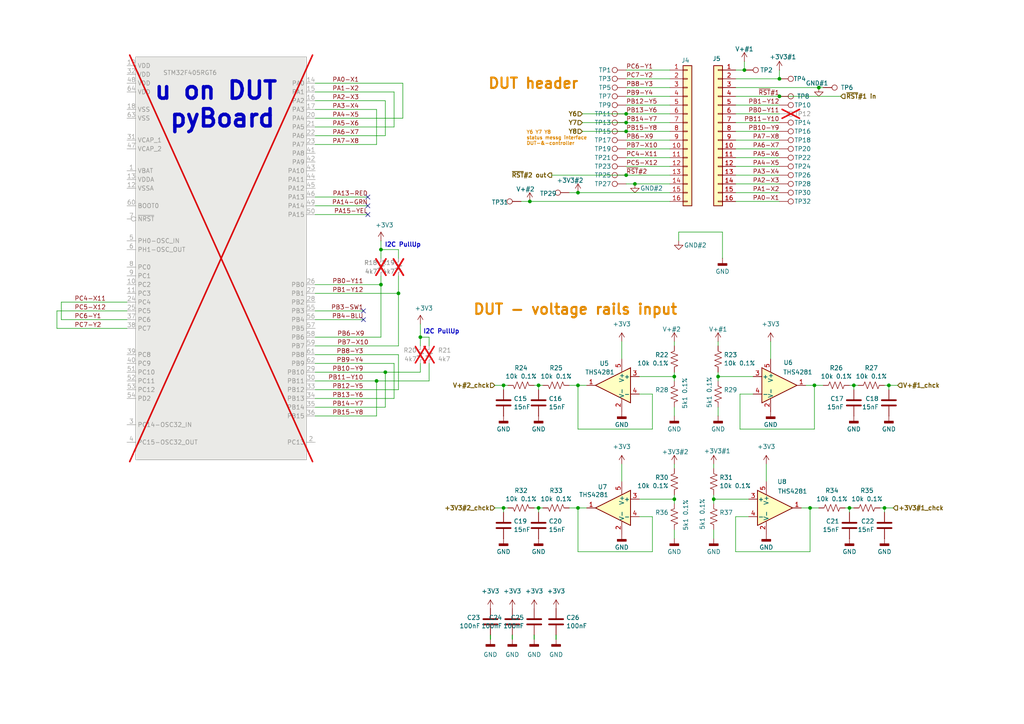
<source format=kicad_sch>
(kicad_sch (version 20250114) (generator "eeschema") (generator_version "9.0")
  (paper "A4")
  (text "DUT header" (at 154.686 24.384 0) (effects (font (size 3 3) (thickness 0.6) (bold yes))))
  (text "I2C PullUp" (at 128.016 96.266 0) (effects (font (size 1.27 1.27) (thickness 0.254) (bold yes))))
  (text "DUT - voltage rails input" (at 166.878 89.916 0) (effects (font (size 3 3) (thickness 0.6) (bold yes))))
  (text "Y6 Y7 Y8\nstatus messg interface\nDUT-&-controller" (at 152.654 40.132 0) (effects (font (size 1 1) (thickness 0.1875)) (justify left)))
  (text "I2C PullUp" (at 116.84 71.12 0) (effects (font (size 1.27 1.27) (thickness 0.254) (bold yes))))
  (text "u on DUT \npyBoard" (at 64.516 30.48 0) (effects (font (size 5 5) (thickness 1) (bold yes))))
  (junction (at 121.92 97.79))
  (junction (at 181.61 33.02))
  (junction (at 226.06 22.86))
  (junction (at 184.15 53.34))
  (junction (at 111.76 107.95))
  (junction (at 195.58 109.22))
  (junction (at 237.49 25.4))
  (junction (at 247.65 111.76))
  (junction (at 167.64 147.32))
  (junction (at 146.05 147.32))
  (junction (at 256.54 147.32))
  (junction (at 156.21 147.32))
  (junction (at 167.64 55.88))
  (junction (at 195.58 144.78))
  (junction (at 153.67 58.42))
  (junction (at 257.81 111.76))
  (junction (at 208.28 109.22))
  (junction (at 236.22 111.76))
  (junction (at 181.61 50.8))
  (junction (at 110.49 82.55))
  (junction (at 146.05 111.76))
  (junction (at 167.64 111.76))
  (junction (at 181.61 35.56))
  (junction (at 215.9 20.32))
  (junction (at 110.49 72.39))
  (junction (at 234.95 147.32))
  (junction (at 181.61 38.1))
  (junction (at 246.38 147.32))
  (junction (at 115.57 85.09))
  (junction (at 226.06 27.94))
  (junction (at 156.21 111.76))
  (junction (at 207.01 144.78))
  (junction (at 109.22 110.49))
  (no_connect (at 106.68 62.23))
  (no_connect (at 106.68 59.69))
  (no_connect (at 106.68 57.15))
  (no_connect (at 105.41 90.17))
  (no_connect (at 105.41 92.71))
  (wire (pts (xy 209.55 67.31) (xy 209.55 74.93)))
  (wire (pts (xy 181.61 45.72) (xy 194.31 45.72)))
  (wire (pts (xy 111.76 107.95) (xy 121.92 107.95)))
  (wire (pts (xy 213.36 22.86) (xy 226.06 22.86)))
  (wire (pts (xy 91.44 59.69) (xy 106.68 59.69)))
  (wire (pts (xy 121.92 97.79) (xy 121.92 100.33)))
  (wire (pts (xy 195.58 109.22) (xy 195.58 110.49)))
  (wire (pts (xy 223.52 99.06) (xy 223.52 104.14)))
  (wire (pts (xy 195.58 107.95) (xy 195.58 109.22)))
  (wire (pts (xy 207.01 144.78) (xy 207.01 146.05)))
  (wire (pts (xy 91.44 31.75) (xy 109.22 31.75)))
  (wire (pts (xy 181.61 50.8) (xy 194.31 50.8)))
  (wire (pts (xy 114.3 26.67) (xy 114.3 36.83)))
  (wire (pts (xy 213.36 149.86) (xy 213.36 160.02)))
  (wire (pts (xy 156.21 147.32) (xy 156.21 148.59)))
  (wire (pts (xy 17.78 87.63) (xy 17.78 92.71)))
  (wire (pts (xy 257.81 111.76) (xy 257.81 113.03)))
  (wire (pts (xy 213.36 33.02) (xy 226.06 33.02)))
  (wire (pts (xy 208.28 118.11) (xy 208.28 120.65)))
  (wire (pts (xy 213.36 48.26) (xy 226.06 48.26)))
  (wire (pts (xy 111.76 29.21) (xy 111.76 39.37)))
  (wire (pts (xy 208.28 99.06) (xy 208.28 100.33)))
  (wire (pts (xy 181.61 53.34) (xy 184.15 53.34)))
  (wire (pts (xy 213.36 45.72) (xy 226.06 45.72)))
  (wire (pts (xy 17.78 92.71) (xy 36.83 92.71)))
  (wire (pts (xy 16.51 95.25) (xy 36.83 95.25)))
  (wire (pts (xy 234.95 160.02) (xy 234.95 147.32)))
  (wire (pts (xy 180.34 99.06) (xy 180.34 104.14)))
  (wire (pts (xy 156.21 111.76) (xy 157.48 111.76)))
  (wire (pts (xy 146.05 147.32) (xy 146.05 148.59)))
  (wire (pts (xy 213.36 35.56) (xy 226.06 35.56)))
  (wire (pts (xy 196.85 69.85) (xy 196.85 67.31)))
  (wire (pts (xy 181.61 33.02) (xy 194.31 33.02)))
  (wire (pts (xy 110.49 97.79) (xy 110.49 82.55)))
  (wire (pts (xy 121.92 107.95) (xy 121.92 105.41)))
  (wire (pts (xy 17.78 87.63) (xy 36.83 87.63)))
  (wire (pts (xy 213.36 38.1) (xy 226.06 38.1)))
  (wire (pts (xy 121.92 97.79) (xy 124.46 97.79)))
  (wire (pts (xy 156.21 111.76) (xy 156.21 113.03)))
  (wire (pts (xy 181.61 35.56) (xy 194.31 35.56)))
  (wire (pts (xy 124.46 97.79) (xy 124.46 100.33)))
  (wire (pts (xy 91.44 107.95) (xy 111.76 107.95)))
  (wire (pts (xy 181.61 22.86) (xy 194.31 22.86)))
  (wire (pts (xy 181.61 27.94) (xy 194.31 27.94)))
  (wire (pts (xy 115.57 85.09) (xy 115.57 100.33)))
  (wire (pts (xy 226.06 27.94) (xy 243.84 27.94)))
  (wire (pts (xy 181.61 30.48) (xy 194.31 30.48)))
  (wire (pts (xy 114.3 105.41) (xy 114.3 115.57)))
  (wire (pts (xy 91.44 113.03) (xy 115.57 113.03)))
  (wire (pts (xy 189.23 160.02) (xy 167.64 160.02)))
  (wire (pts (xy 115.57 80.01) (xy 115.57 85.09)))
  (wire (pts (xy 153.67 58.42) (xy 194.31 58.42)))
  (wire (pts (xy 236.22 111.76) (xy 238.76 111.76)))
  (wire (pts (xy 109.22 31.75) (xy 109.22 41.91)))
  (wire (pts (xy 213.36 55.88) (xy 226.06 55.88)))
  (wire (pts (xy 109.22 110.49) (xy 109.22 120.65)))
  (wire (pts (xy 195.58 143.51) (xy 195.58 144.78)))
  (wire (pts (xy 208.28 107.95) (xy 208.28 109.22)))
  (wire (pts (xy 246.38 147.32) (xy 246.38 148.59)))
  (wire (pts (xy 195.58 99.06) (xy 195.58 100.33)))
  (wire (pts (xy 168.91 35.56) (xy 181.61 35.56)))
  (wire (pts (xy 213.36 25.4) (xy 237.49 25.4)))
  (wire (pts (xy 189.23 114.3) (xy 185.42 114.3)))
  (wire (pts (xy 207.01 144.78) (xy 217.17 144.78)))
  (wire (pts (xy 91.44 102.87) (xy 115.57 102.87)))
  (wire (pts (xy 165.1 55.88) (xy 167.64 55.88)))
  (wire (pts (xy 214.63 114.3) (xy 218.44 114.3)))
  (wire (pts (xy 208.28 109.22) (xy 218.44 109.22)))
  (wire (pts (xy 207.01 143.51) (xy 207.01 144.78)))
  (wire (pts (xy 189.23 149.86) (xy 185.42 149.86)))
  (wire (pts (xy 91.44 41.91) (xy 109.22 41.91)))
  (wire (pts (xy 214.63 124.46) (xy 236.22 124.46)))
  (wire (pts (xy 247.65 111.76) (xy 247.65 113.03)))
  (wire (pts (xy 115.57 102.87) (xy 115.57 113.03)))
  (wire (pts (xy 246.38 147.32) (xy 245.11 147.32)))
  (wire (pts (xy 257.81 111.76) (xy 256.54 111.76)))
  (wire (pts (xy 167.64 160.02) (xy 167.64 147.32)))
  (wire (pts (xy 170.18 111.76) (xy 167.64 111.76)))
  (wire (pts (xy 91.44 120.65) (xy 109.22 120.65)))
  (wire (pts (xy 91.44 39.37) (xy 111.76 39.37)))
  (wire (pts (xy 181.61 43.18) (xy 194.31 43.18)))
  (wire (pts (xy 181.61 20.32) (xy 194.31 20.32)))
  (wire (pts (xy 195.58 144.78) (xy 195.58 146.05)))
  (wire (pts (xy 180.34 134.62) (xy 180.34 139.7)))
  (wire (pts (xy 213.36 27.94) (xy 226.06 27.94)))
  (wire (pts (xy 213.36 160.02) (xy 234.95 160.02)))
  (wire (pts (xy 154.94 147.32) (xy 156.21 147.32)))
  (wire (pts (xy 214.63 114.3) (xy 214.63 124.46)))
  (wire (pts (xy 168.91 33.02) (xy 181.61 33.02)))
  (wire (pts (xy 213.36 149.86) (xy 217.17 149.86)))
  (wire (pts (xy 91.44 24.13) (xy 116.84 24.13)))
  (wire (pts (xy 213.36 30.48) (xy 226.06 30.48)))
  (wire (pts (xy 208.28 109.22) (xy 208.28 110.49)))
  (wire (pts (xy 247.65 111.76) (xy 246.38 111.76)))
  (wire (pts (xy 142.24 184.15) (xy 142.24 185.42)) (stroke (width 0.254)))
  (wire (pts (xy 189.23 114.3) (xy 189.23 124.46)))
  (wire (pts (xy 259.08 147.32) (xy 256.54 147.32)))
  (wire (pts (xy 195.58 134.62) (xy 195.58 135.89)))
  (wire (pts (xy 110.49 72.39) (xy 115.57 72.39)))
  (wire (pts (xy 195.58 153.67) (xy 195.58 156.21)))
  (wire (pts (xy 16.51 95.25) (xy 16.51 90.17)))
  (wire (pts (xy 167.64 124.46) (xy 167.64 111.76)))
  (wire (pts (xy 213.36 40.64) (xy 226.06 40.64)))
  (wire (pts (xy 195.58 144.78) (xy 185.42 144.78)))
  (wire (pts (xy 165.1 111.76) (xy 167.64 111.76)))
  (wire (pts (xy 116.84 24.13) (xy 116.84 34.29)))
  (wire (pts (xy 91.44 115.57) (xy 114.3 115.57)))
  (wire (pts (xy 121.92 93.98) (xy 121.92 97.79)))
  (wire (pts (xy 91.44 57.15) (xy 106.68 57.15)))
  (wire (pts (xy 143.51 147.32) (xy 146.05 147.32)))
  (wire (pts (xy 111.76 107.95) (xy 111.76 118.11)))
  (wire (pts (xy 213.36 53.34) (xy 226.06 53.34)))
  (wire (pts (xy 213.36 58.42) (xy 226.06 58.42)))
  (wire (pts (xy 195.58 118.11) (xy 195.58 120.65)))
  (wire (pts (xy 91.44 36.83) (xy 114.3 36.83)))
  (wire (pts (xy 109.22 110.49) (xy 124.46 110.49)))
  (wire (pts (xy 167.64 55.88) (xy 194.31 55.88)))
  (wire (pts (xy 226.06 20.32) (xy 226.06 22.86)))
  (wire (pts (xy 91.44 82.55) (xy 110.49 82.55)))
  (wire (pts (xy 91.44 90.17) (xy 105.41 90.17)))
  (wire (pts (xy 154.94 184.15) (xy 154.94 185.42)) (stroke (width 0.254)))
  (wire (pts (xy 156.21 147.32) (xy 157.48 147.32)))
  (wire (pts (xy 168.91 38.1) (xy 181.61 38.1)))
  (wire (pts (xy 161.29 184.15) (xy 161.29 185.42)) (stroke (width 0.254)))
  (wire (pts (xy 110.49 80.01) (xy 110.49 82.55)))
  (wire (pts (xy 91.44 92.71) (xy 105.41 92.71)))
  (wire (pts (xy 91.44 100.33) (xy 115.57 100.33)))
  (wire (pts (xy 91.44 26.67) (xy 114.3 26.67)))
  (wire (pts (xy 196.85 67.31) (xy 209.55 67.31)))
  (wire (pts (xy 248.92 111.76) (xy 247.65 111.76)))
  (wire (pts (xy 207.01 153.67) (xy 207.01 156.21)))
  (wire (pts (xy 213.36 43.18) (xy 226.06 43.18)))
  (wire (pts (xy 181.61 48.26) (xy 194.31 48.26)))
  (wire (pts (xy 110.49 69.85) (xy 110.49 72.39)))
  (wire (pts (xy 260.35 111.76) (xy 257.81 111.76)))
  (wire (pts (xy 110.49 72.39) (xy 110.49 74.93)))
  (wire (pts (xy 232.41 147.32) (xy 234.95 147.32)))
  (wire (pts (xy 91.44 29.21) (xy 111.76 29.21)))
  (wire (pts (xy 256.54 147.32) (xy 256.54 148.59)))
  (wire (pts (xy 222.25 134.62) (xy 222.25 139.7)))
  (wire (pts (xy 91.44 110.49) (xy 109.22 110.49)))
  (wire (pts (xy 91.44 62.23) (xy 106.68 62.23)))
  (wire (pts (xy 160.02 50.8) (xy 181.61 50.8)))
  (wire (pts (xy 189.23 124.46) (xy 167.64 124.46)))
  (wire (pts (xy 181.61 25.4) (xy 194.31 25.4)))
  (wire (pts (xy 124.46 110.49) (xy 124.46 105.41)))
  (wire (pts (xy 256.54 147.32) (xy 255.27 147.32)))
  (wire (pts (xy 215.9 17.78) (xy 215.9 20.32)))
  (wire (pts (xy 151.13 58.42) (xy 153.67 58.42)))
  (wire (pts (xy 91.44 118.11) (xy 111.76 118.11)))
  (wire (pts (xy 184.15 53.34) (xy 194.31 53.34)))
  (wire (pts (xy 154.94 111.76) (xy 156.21 111.76)))
  (wire (pts (xy 146.05 147.32) (xy 147.32 147.32)))
  (wire (pts (xy 91.44 105.41) (xy 114.3 105.41)))
  (wire (pts (xy 207.01 134.62) (xy 207.01 135.89)))
  (wire (pts (xy 148.59 184.15) (xy 148.59 185.42)) (stroke (width 0.254)))
  (wire (pts (xy 146.05 111.76) (xy 146.05 113.03)))
  (wire (pts (xy 247.65 147.32) (xy 246.38 147.32)))
  (wire (pts (xy 181.61 40.64) (xy 194.31 40.64)))
  (wire (pts (xy 170.18 147.32) (xy 167.64 147.32)))
  (wire (pts (xy 238.76 25.4) (xy 237.49 25.4)))
  (wire (pts (xy 233.68 111.76) (xy 236.22 111.76)))
  (wire (pts (xy 115.57 72.39) (xy 115.57 74.93)))
  (wire (pts (xy 91.44 97.79) (xy 110.49 97.79)))
  (wire (pts (xy 181.61 38.1) (xy 194.31 38.1)))
  (wire (pts (xy 146.05 111.76) (xy 147.32 111.76)))
  (wire (pts (xy 91.44 34.29) (xy 116.84 34.29)))
  (wire (pts (xy 143.51 111.76) (xy 146.05 111.76)))
  (wire (pts (xy 213.36 20.32) (xy 215.9 20.32)))
  (wire (pts (xy 213.36 50.8) (xy 226.06 50.8)))
  (wire (pts (xy 189.23 149.86) (xy 189.23 160.02)))
  (wire (pts (xy 236.22 124.46) (xy 236.22 111.76)))
  (wire (pts (xy 195.58 109.22) (xy 185.42 109.22)))
  (wire (pts (xy 234.95 147.32) (xy 237.49 147.32)))
  (wire (pts (xy 16.51 90.17) (xy 36.83 90.17)))
  (wire (pts (xy 91.44 85.09) (xy 115.57 85.09)))
  (wire (pts (xy 167.64 147.32) (xy 165.1 147.32)))
  (label "PA7-X8" (at 226.06 40.64 180))
  (label "PA13-RED" (at 106.68 57.15 180))
  (label "PB14-Y7" (at 105.41 118.11 180))
  (label "PB15-Y8" (at 105.41 120.65 180))
  (label "PC6-Y1" (at 21.59 92.71 0))
  (label "PB15-Y8" (at 181.61 38.1 0))
  (label "PB6-X9" (at 181.61 40.64 0))
  (label "PB12-Y5" (at 105.41 113.03 180))
  (label "PB8-Y3" (at 105.41 102.87 180))
  (label "PB0-Y11" (at 105.41 82.55 180))
  (label "~{RST}#1" (at 226.06 27.94 180))
  (label "PA6-X7" (at 104.14 39.37 180))
  (label "PA14-GRN" (at 106.68 59.69 180))
  (label "PB6-X9" (at 97.79 97.79 0))
  (label "PB7-X10" (at 97.79 100.33 0))
  (label "PB4-BLU" (at 105.41 92.71 180))
  (label "PA4-X5" (at 226.06 48.26 180))
  (label "PA3-X4" (at 226.06 50.8 180))
  (label "PC7-Y2" (at 181.61 22.86 0))
  (label "PB13-Y6" (at 105.41 115.57 180))
  (label "PC4-X11" (at 21.59 87.63 0))
  (label "PA1-X2" (at 226.06 55.88 180))
  (label "PB9-Y4" (at 181.61 27.94 0))
  (label "PA15-YEL" (at 106.68 62.23 180))
  (label "PB13-Y6" (at 181.61 33.02 0))
  (label "PA6-X7" (at 226.06 43.18 180))
  (label "PB9-Y4" (at 105.41 105.41 180))
  (label "PB1-Y12" (at 105.41 85.09 180))
  (label "PA0-X1" (at 104.14 24.13 180))
  (label "PB3-SW1" (at 105.41 90.17 180))
  (label "PB7-X10" (at 181.61 43.18 0))
  (label "PB10-Y9" (at 226.06 38.1 180))
  (label "PB8-Y3" (at 181.61 25.4 0))
  (label "PC5-X12" (at 21.59 90.17 0))
  (label "~{RST}#2" (at 181.61 50.8 0))
  (label "PC5-X12" (at 181.61 48.26 0))
  (label "PB11-Y10" (at 105.41 110.49 180))
  (label "PB11-Y10" (at 226.06 35.56 180))
  (label "PB1-Y12" (at 226.06 30.48 180))
  (label "PB10-Y9" (at 105.41 107.95 180))
  (label "PA7-X8" (at 104.14 41.91 180))
  (label "PA0-X1" (at 226.06 58.42 180))
  (label "PA5-X6" (at 226.06 45.72 180))
  (label "PB0-Y11" (at 226.06 33.02 180))
  (label "PB12-Y5" (at 181.61 30.48 0))
  (label "PB14-Y7" (at 181.61 35.56 0))
  (label "PC4-X11" (at 181.61 45.72 0))
  (label "PA1-X2" (at 104.14 26.67 180))
  (label "PC6-Y1" (at 181.61 20.32 0))
  (label "PC7-Y2" (at 21.59 95.25 0))
  (label "PA2-X3" (at 226.06 53.34 180))
  (label "PA5-X6" (at 104.14 36.83 180))
  (label "PA4-X5" (at 104.14 34.29 180))
  (label "PA3-X4" (at 104.14 31.75 180))
  (label "PA2-X3" (at 104.14 29.21 180))
  (hierarchical_label "~{RST}#2 out" (shape output) (at 160.02 50.8 180) (effects (font (thickness 0.254) (bold yes))))
  (hierarchical_label "+3V3#1_chck" (shape input) (at 259.08 147.32 0) (effects (font (thickness 0.254) (bold yes))))
  (hierarchical_label "+3V3#2_chck" (shape input) (at 143.51 147.32 180) (effects (font (thickness 0.254) (bold yes))))
  (hierarchical_label "Y8" (shape input) (at 168.91 38.1 180) (effects (font (thickness 0.254) (bold yes))))
  (hierarchical_label "V+#1_chck" (shape input) (at 260.35 111.76 0) (effects (font (thickness 0.254) (bold yes))))
  (hierarchical_label "Y6" (shape input) (at 168.91 33.02 180) (effects (font (thickness 0.254) (bold yes))))
  (hierarchical_label "V+#2_chck" (shape input) (at 143.51 111.76 180) (effects (font (thickness 0.254) (bold yes))))
  (hierarchical_label "~{RST}#1 in" (shape input) (at 243.84 27.94 0) (effects (font (thickness 0.254) (bold yes))))
  (hierarchical_label "Y7" (shape input) (at 168.91 35.56 180) (effects (font (thickness 0.254) (bold yes))))
  (symbol (lib_id "power:GNDD") (at 246.38 156.21 0) (unit 1)
    (property "Reference" "#PWR076" (effects (hide yes)))
    (property "Value" "GND" (at 246.38 160.02 0))
    (property "Description" "Power symbol creates a global label with name \"GNDD\" , digital ground" (effects (hide yes)))
  )
  (symbol (lib_id "Device:C") (at 256.54 152.4 0) (mirror y) (unit 1)
    (property "Reference" "C22" (at 253.619 151.1878 0) (effects (justify left)))
    (property "Value" "15nF" (at 253.619 153.6121 0) (effects (justify left)))
    (property "Footprint" "Capacitor_SMD:C_0402_1005Metric_Pad0.74x0.62mm_HandSolder" (effects (hide yes)))
    (property "Description" "SMD CER 0402 15nF 35V ±10% X7R" (effects (hide yes)))
    (property "MPN" "CGA2B3X7R1V153K050BB" (effects (hide yes)))
    (property "OEPSPN" "OEPS010023" (effects (hide yes)))
  )
  (symbol (lib_id "power:GNDD") (at 154.94 185.42 0) (mirror y) (unit 1)
    (property "Reference" "#PWR084" (effects (hide yes)))
    (property "Value" "GND" (at 154.94 189.865 0))
    (property "Description" "Power symbol creates a global label with name \"GNDD\" , digital ground" (effects (hide yes)))
  )
  (symbol (lib_id "power:+3V3") (at 142.24 176.53 0) (mirror y) (unit 1)
    (property "Reference" "#PWR078" (effects (hide yes)))
    (property "Value" "+3V3" (at 142.24 171.45 0))
    (property "Description" "Power symbol creates a global label with name \"+3V3\"" (effects (hide yes)))
  )
  (symbol (lib_id "Connector:TestPoint") (at 215.9 20.32 270) (unit 1) (in_bom no)
    (property "Reference" "TP2" (at 220.472 20.32 90) (effects (justify left)))
    (property "Value" "TestPoint" (effects (hide yes)))
    (property "Footprint" "TestPoint:TestPoint_Keystone_5015_Micro_Mini" (effects (hide yes)))
    (property "Description" "test point" (effects (hide yes)))
    (property "OEPSPN" "OEPS000000" (effects (hide yes)))
  )
  (symbol (lib_id "power:+5V") (at 195.58 99.06 0) (mirror y) (unit 1)
    (property "Reference" "#PWR055" (effects (hide yes)))
    (property "Value" "V+#2" (at 194.818 95.504 0))
    (property "Description" "Power symbol creates a global label with name \"+5V\"" (effects (hide yes)))
  )
  (symbol (lib_id "power:GND") (at 184.15 53.34 0) (mirror y) (unit 1)
    (property "Reference" "#PWR047" (effects (hide yes)))
    (property "Value" "GND#2" (at 188.976 54.61 0))
    (property "Description" "Power symbol creates a global label with name \"GND\" , ground" (effects (hide yes)))
  )
  (symbol (lib_id "Connector:TestPoint") (at 181.61 50.8 90) (unit 1) (in_bom no)
    (property "Reference" "TP25" (at 177.292 50.8 90) (effects (justify left)))
    (property "Value" "TestPoint" (effects (hide yes)))
    (property "Footprint" "TestPoint:TestPoint_Keystone_5015_Micro_Mini" (effects (hide yes)))
    (property "Description" "test point" (effects (hide yes)))
    (property "OEPSPN" "OEPS000000" (effects (hide yes)))
  )
  (symbol (lib_id "Connector:TestPoint") (at 151.13 58.42 90) (unit 1) (in_bom no)
    (property "Reference" "TP31" (at 145.034 58.674 90))
    (property "Value" "TestPoint" (effects (hide yes)))
    (property "Footprint" "TestPoint:TestPoint_Keystone_5015_Micro_Mini" (effects (hide yes)))
    (property "Description" "test point" (effects (hide yes)))
    (property "OEPSPN" "OEPS000000" (effects (hide yes)))
  )
  (symbol (lib_id "Connector:TestPoint") (at 226.06 33.02 270) (mirror x) (unit 1) (in_bom no) (dnp yes)
    (property "Reference" "TP12" (at 230.378 33.02 90) (effects (justify left)))
    (property "Value" "TestPoint" (effects (hide yes)))
    (property "Footprint" "TestPoint:TestPoint_Keystone_5015_Micro_Mini" (effects (hide yes)))
    (property "Description" "test point" (effects (hide yes)))
    (property "OEPSPN" "OEPS000000" (effects (hide yes)))
  )
  (symbol (lib_id "Connector:TestPoint") (at 181.61 48.26 90) (unit 1) (in_bom no)
    (property "Reference" "TP23" (at 177.292 48.26 90) (effects (justify left)))
    (property "Value" "TestPoint" (effects (hide yes)))
    (property "Footprint" "TestPoint:TestPoint_Keystone_5015_Micro_Mini" (effects (hide yes)))
    (property "Description" "test point" (effects (hide yes)))
    (property "OEPSPN" "OEPS000000" (effects (hide yes)))
  )
  (symbol (lib_id "PyBoardTester:THS4281DBVT") (at 177.8 111.76 0) (mirror y) (unit 1)
    (property "Reference" "U5" (at 175.26 105.41 0))
    (property "Value" "THS4281" (at 173.99 107.95 0))
    (property "Footprint" "Package_TO_SOT_SMD:SOT-23-5" (effects (hide yes)))
    (property "Description" "OPAMP VFB 1 CIRCUIT" (effects (hide yes)))
    (property "MPN" "THS4281DBVT" (effects (hide yes)))
    (property "OEPSPN" "OEPS080038" (effects (hide yes)))
  )
  (symbol (lib_id "power:GNDD") (at 180.34 119.38 0) (mirror y) (unit 1)
    (property "Reference" "#PWR058" (effects (hide yes)))
    (property "Value" "GND" (at 180.34 123.19 0))
    (property "Description" "Power symbol creates a global label with name \"GNDD\" , digital ground" (effects (hide yes)))
  )
  (symbol (lib_id "Device:R_US") (at 151.13 111.76 270) (mirror x) (unit 1)
    (property "Reference" "R24" (at 151.13 106.7265 90))
    (property "Value" "10k 0.1%" (at 151.13 109.1508 90))
    (property "Footprint" "Resistor_SMD:R_0402_1005Metric" (effects (hide yes)))
    (property "Description" "SMD 0402 10kΩ ±0.1% 0.063W" (effects (hide yes)))
    (property "MPN" "CPF0402B10KE1" (effects (hide yes)))
    (property "OEPSPN" "OEPS020043" (effects (hide yes)))
  )
  (symbol (lib_id "Device:R_Small_US") (at 121.92 102.87 0) (mirror y) (unit 1) (in_bom no) (on_board no) (dnp yes)
    (property "Reference" "R20" (at 120.904 101.6 0) (effects (justify left)))
    (property "Value" "4k7" (at 120.904 104.14 0) (effects (justify left)))
    (property "Footprint" "Resistor_SMD:R_0402_1005Metric" (effects (hide yes)))
    (property "Description" "Resistor, small US symbol" (effects (hide yes)))
    (property "MPN" "ERJ-2RKF4701X" (effects (hide yes)))
    (property "OEPSPN" "OEPS020010" (effects (hide yes)))
  )
  (symbol (lib_id "Connector:TestPoint") (at 238.76 25.4 270) (unit 1) (in_bom no)
    (property "Reference" "TP6" (at 243.84 25.3999 90) (effects (justify left)))
    (property "Value" "TestPoint" (effects (hide yes)))
    (property "Footprint" "TestPoint:TestPoint_Keystone_5000-5004_Miniature" (effects (hide yes)))
    (property "Description" "test point" (effects (hide yes)))
    (property "OEPSPN" "OEPS000000" (effects (hide yes)))
  )
  (symbol (lib_id "Connector:TestPoint") (at 226.06 48.26 270) (mirror x) (unit 1) (in_bom no)
    (property "Reference" "TP24" (at 230.378 48.26 90) (effects (justify left)))
    (property "Value" "TestPoint" (effects (hide yes)))
    (property "Footprint" "TestPoint:TestPoint_Keystone_5015_Micro_Mini" (effects (hide yes)))
    (property "Description" "test point" (effects (hide yes)))
    (property "OEPSPN" "OEPS000000" (effects (hide yes)))
  )
  (symbol (lib_id "power:GNDD") (at 146.05 120.65 0) (mirror y) (unit 1)
    (property "Reference" "#PWR060" (effects (hide yes)))
    (property "Value" "GND" (at 146.05 124.46 0))
    (property "Description" "Power symbol creates a global label with name \"GNDD\" , digital ground" (effects (hide yes)))
  )
  (symbol (lib_id "Device:R_Small_US") (at 124.46 102.87 0) (mirror y) (unit 1) (in_bom no) (on_board no) (dnp yes)
    (property "Reference" "R21" (at 127 101.5999 0) (effects (justify right)))
    (property "Value" "4k7" (at 127 104.1399 0) (effects (justify right)))
    (property "Footprint" "Resistor_SMD:R_0402_1005Metric" (effects (hide yes)))
    (property "Description" "Resistor, small US symbol" (effects (hide yes)))
    (property "MPN" "ERJ-2RKF4701X" (effects (hide yes)))
    (property "OEPSPN" "OEPS020010" (effects (hide yes)))
  )
  (symbol (lib_id "power:GNDD") (at 195.58 120.65 0) (mirror y) (unit 1)
    (property "Reference" "#PWR062" (effects (hide yes)))
    (property "Value" "GND" (at 195.58 124.46 0))
    (property "Description" "Power symbol creates a global label with name \"GNDD\" , digital ground" (effects (hide yes)))
  )
  (symbol (lib_id "Device:C") (at 257.81 116.84 0) (mirror y) (unit 1)
    (property "Reference" "C18" (at 254.889 115.6278 0) (effects (justify left)))
    (property "Value" "15nF" (at 254.889 118.0521 0) (effects (justify left)))
    (property "Footprint" "Capacitor_SMD:C_0402_1005Metric_Pad0.74x0.62mm_HandSolder" (effects (hide yes)))
    (property "Description" "SMD CER 0402 15nF 35V ±10% X7R" (effects (hide yes)))
    (property "MPN" "CGA2B3X7R1V153K050BB" (effects (hide yes)))
    (property "OEPSPN" "OEPS010023" (effects (hide yes)))
  )
  (symbol (lib_id "power:GND") (at 237.49 25.4 0) (mirror y) (unit 1)
    (property "Reference" "#PWR046" (effects (hide yes)))
    (property "Value" "GND#1" (at 236.982 24.13 0))
    (property "Description" "Power symbol creates a global label with name \"GND\" , ground" (effects (hide yes)))
  )
  (symbol (lib_id "power:GNDD") (at 247.65 120.65 0) (unit 1)
    (property "Reference" "#PWR064" (effects (hide yes)))
    (property "Value" "GND" (at 247.65 124.46 0))
    (property "Description" "Power symbol creates a global label with name \"GNDD\" , digital ground" (effects (hide yes)))
  )
  (symbol (lib_id "Connector:TestPoint") (at 226.06 30.48 270) (mirror x) (unit 1) (in_bom no)
    (property "Reference" "TP10" (at 230.378 30.48 90) (effects (justify left)))
    (property "Value" "TestPoint" (effects (hide yes)))
    (property "Footprint" "TestPoint:TestPoint_Keystone_5015_Micro_Mini" (effects (hide yes)))
    (property "Description" "test point" (effects (hide yes)))
    (property "OEPSPN" "OEPS000000" (effects (hide yes)))
  )
  (symbol (lib_id "Device:R_US") (at 195.58 104.14 0) (mirror x) (unit 1)
    (property "Reference" "R22" (at 193.929 102.9278 0) (effects (justify right)))
    (property "Value" "10k 0.1%" (at 193.929 105.3521 0) (effects (justify right)))
    (property "Footprint" "Resistor_SMD:R_0402_1005Metric" (effects (hide yes)))
    (property "Description" "SMD 0402 10kΩ ±0.1% 0.063W" (effects (hide yes)))
    (property "MPN" "CPF0402B10KE1" (effects (hide yes)))
    (property "OEPSPN" "OEPS020043" (effects (hide yes)))
  )
  (symbol (lib_id "Connector:TestPoint") (at 181.61 22.86 90) (unit 1) (in_bom no)
    (property "Reference" "TP3" (at 177.292 22.86 90) (effects (justify left)))
    (property "Value" "TestPoint" (effects (hide yes)))
    (property "Footprint" "TestPoint:TestPoint_Keystone_5015_Micro_Mini" (effects (hide yes)))
    (property "Description" "test point" (effects (hide yes)))
    (property "OEPSPN" "OEPS000000" (effects (hide yes)))
  )
  (symbol (lib_id "Device:C") (at 146.05 116.84 0) (unit 1)
    (property "Reference" "C15" (at 148.971 115.6278 0) (effects (justify left)))
    (property "Value" "15nF" (at 148.971 118.0521 0) (effects (justify left)))
    (property "Footprint" "Capacitor_SMD:C_0402_1005Metric_Pad0.74x0.62mm_HandSolder" (effects (hide yes)))
    (property "Description" "SMD CER 0402 15nF 35V ±10% X7R" (effects (hide yes)))
    (property "MPN" "CGA2B3X7R1V153K050BB" (effects (hide yes)))
    (property "OEPSPN" "OEPS010023" (effects (hide yes)))
  )
  (symbol (lib_id "Device:R_US") (at 161.29 111.76 270) (mirror x) (unit 1)
    (property "Reference" "R25" (at 161.29 106.7265 90))
    (property "Value" "10k 0.1%" (at 161.29 109.1508 90))
    (property "Footprint" "Resistor_SMD:R_0402_1005Metric" (effects (hide yes)))
    (property "Description" "SMD 0402 10kΩ ±0.1% 0.063W" (effects (hide yes)))
    (property "MPN" "CPF0402B10KE1" (effects (hide yes)))
    (property "OEPSPN" "OEPS020043" (effects (hide yes)))
  )
  (symbol (lib_id "power:+3V3") (at 148.59 176.53 0) (mirror y) (unit 1)
    (property "Reference" "#PWR079" (effects (hide yes)))
    (property "Value" "+3V3" (at 148.59 171.45 0))
    (property "Description" "Power symbol creates a global label with name \"+3V3\"" (effects (hide yes)))
  )
  (symbol (lib_id "Connector:TestPoint") (at 226.06 58.42 270) (mirror x) (unit 1) (in_bom no)
    (property "Reference" "TP32" (at 230.378 58.42 90) (effects (justify left)))
    (property "Value" "TestPoint" (effects (hide yes)))
    (property "Footprint" "TestPoint:TestPoint_Keystone_5015_Micro_Mini" (effects (hide yes)))
    (property "Description" "test point" (effects (hide yes)))
    (property "OEPSPN" "OEPS000000" (effects (hide yes)))
  )
  (symbol (lib_id "power:+5V") (at 215.9 17.78 0) (unit 1)
    (property "Reference" "#PWR044" (effects (hide yes)))
    (property "Value" "V+#1" (at 215.9 14.224 0))
    (property "Description" "Power symbol creates a global label with name \"+5V\"" (effects (hide yes)))
  )
  (symbol (lib_id "Device:R_US") (at 195.58 149.86 0) (mirror x) (unit 1)
    (property "Reference" "R36" (at 193.929 148.6478 0) (effects (justify right)))
    (property "Value" "5k1 0.1%" (at 198.882 153.924 90) (effects (justify right)))
    (property "Footprint" "Resistor_SMD:R_0402_1005Metric" (effects (hide yes)))
    (property "Description" "SMD 0402 5.1kΩ ±0.1% 0.063W" (effects (hide yes)))
    (property "MPN" "RT0402BRD075K1L" (effects (hide yes)))
    (property "OEPSPN" "OEPS020203" (effects (hide yes)))
  )
  (symbol (lib_id "Device:R_US") (at 241.3 147.32 90) (unit 1)
    (property "Reference" "R34" (at 241.3 142.2865 90))
    (property "Value" "10k 0.1%" (at 241.3 144.7108 90))
    (property "Footprint" "Resistor_SMD:R_0402_1005Metric" (effects (hide yes)))
    (property "Description" "SMD 0402 10kΩ ±0.1% 0.063W" (effects (hide yes)))
    (property "MPN" "CPF0402B10KE1" (effects (hide yes)))
    (property "OEPSPN" "OEPS020043" (effects (hide yes)))
  )
  (symbol (lib_id "Connector:TestPoint") (at 181.61 40.64 90) (unit 1) (in_bom no)
    (property "Reference" "TP17" (at 177.292 40.64 90) (effects (justify left)))
    (property "Value" "TestPoint" (effects (hide yes)))
    (property "Footprint" "TestPoint:TestPoint_Keystone_5015_Micro_Mini" (effects (hide yes)))
    (property "Description" "test point" (effects (hide yes)))
    (property "OEPSPN" "OEPS000000" (effects (hide yes)))
  )
  (symbol (lib_id "power:+3V3") (at 110.49 69.85 0) (unit 1)
    (property "Reference" "#PWR050" (effects (hide yes)))
    (property "Value" "+3V3" (at 111.506 65.278 0))
    (property "Description" "Power symbol creates a global label with name \"+3V3\"" (effects (hide yes)))
  )
  (symbol (lib_id "power:+3V3") (at 180.34 134.62 0) (mirror y) (unit 1)
    (property "Reference" "#PWR066" (effects (hide yes)))
    (property "Value" "+3V3" (at 180.34 129.54 0))
    (property "Description" "Power symbol creates a global label with name \"+3V3\"" (effects (hide yes)))
  )
  (symbol (lib_id "power:+3V3") (at 195.58 134.62 0) (mirror y) (unit 1)
    (property "Reference" "#PWR067" (effects (hide yes)))
    (property "Value" "+3V3#2" (at 195.834 131.064 0))
    (property "Description" "Power symbol creates a global label with name \"+3V3\"" (effects (hide yes)))
  )
  (symbol (lib_id "Device:C") (at 146.05 152.4 0) (unit 1)
    (property "Reference" "C19" (at 148.971 151.1878 0) (effects (justify left)))
    (property "Value" "15nF" (at 148.971 153.6121 0) (effects (justify left)))
    (property "Footprint" "Capacitor_SMD:C_0402_1005Metric_Pad0.74x0.62mm_HandSolder" (effects (hide yes)))
    (property "Description" "SMD CER 0402 15nF 35V ±10% X7R" (effects (hide yes)))
    (property "MPN" "CGA2B3X7R1V153K050BB" (effects (hide yes)))
    (property "OEPSPN" "OEPS010023" (effects (hide yes)))
  )
  (symbol (lib_id "power:GND") (at 196.85 69.85 0) (mirror y) (unit 1)
    (property "Reference" "#PWR051" (effects (hide yes)))
    (property "Value" "GND#2" (at 201.676 71.12 0))
    (property "Description" "Power symbol creates a global label with name \"GND\" , ground" (effects (hide yes)))
  )
  (symbol (lib_id "power:GNDD") (at 223.52 119.38 0) (unit 1)
    (property "Reference" "#PWR059" (effects (hide yes)))
    (property "Value" "GND" (at 223.52 123.19 0))
    (property "Description" "Power symbol creates a global label with name \"GNDD\" , digital ground" (effects (hide yes)))
  )
  (symbol (lib_id "Device:R_US") (at 208.28 114.3 180) (unit 1)
    (property "Reference" "R29" (at 209.931 113.0878 0) (effects (justify right)))
    (property "Value" "5k1 0.1%" (at 205.74 118.364 90) (effects (justify right)))
    (property "Footprint" "Resistor_SMD:R_0402_1005Metric" (effects (hide yes)))
    (property "Description" "SMD 0402 5.1kΩ ±0.1% 0.063W" (effects (hide yes)))
    (property "MPN" "RT0402BRD075K1L" (effects (hide yes)))
    (property "OEPSPN" "OEPS020203" (effects (hide yes)))
  )
  (symbol (lib_id "power:+5V") (at 153.67 58.42 0) (unit 1)
    (property "Reference" "#PWR049" (effects (hide yes)))
    (property "Value" "V+#2" (at 152.4 54.864 0))
    (property "Description" "Power symbol creates a global label with name \"+5V\"" (effects (hide yes)))
  )
  (symbol (lib_id "power:GNDD") (at 208.28 120.65 0) (unit 1)
    (property "Reference" "#PWR063" (effects (hide yes)))
    (property "Value" "GND" (at 208.28 124.46 0))
    (property "Description" "Power symbol creates a global label with name \"GNDD\" , digital ground" (effects (hide yes)))
  )
  (symbol (lib_id "Device:R_US") (at 151.13 147.32 270) (mirror x) (unit 1)
    (property "Reference" "R32" (at 151.13 142.2865 90))
    (property "Value" "10k 0.1%" (at 151.13 144.7108 90))
    (property "Footprint" "Resistor_SMD:R_0402_1005Metric" (effects (hide yes)))
    (property "Description" "SMD 0402 10kΩ ±0.1% 0.063W" (effects (hide yes)))
    (property "MPN" "CPF0402B10KE1" (effects (hide yes)))
    (property "OEPSPN" "OEPS020043" (effects (hide yes)))
  )
  (symbol (lib_id "Connector:TestPoint") (at 181.61 27.94 90) (unit 1) (in_bom no)
    (property "Reference" "TP7" (at 177.292 27.94 90) (effects (justify left)))
    (property "Value" "TestPoint" (effects (hide yes)))
    (property "Footprint" "TestPoint:TestPoint_Keystone_5015_Micro_Mini" (effects (hide yes)))
    (property "Description" "test point" (effects (hide yes)))
    (property "OEPSPN" "OEPS000000" (effects (hide yes)))
  )
  (symbol (lib_id "power:GNDD") (at 256.54 156.21 0) (unit 1)
    (property "Reference" "#PWR077" (effects (hide yes)))
    (property "Value" "GND" (at 256.54 160.02 0))
    (property "Description" "Power symbol creates a global label with name \"GNDD\" , digital ground" (effects (hide yes)))
  )
  (symbol (lib_id "Device:C") (at 156.21 116.84 0) (unit 1)
    (property "Reference" "C16" (at 159.131 115.6278 0) (effects (justify left)))
    (property "Value" "15nF" (at 159.131 118.0521 0) (effects (justify left)))
    (property "Footprint" "Capacitor_SMD:C_0402_1005Metric_Pad0.74x0.62mm_HandSolder" (effects (hide yes)))
    (property "Description" "SMD CER 0402 15nF 35V ±10% X7R" (effects (hide yes)))
    (property "MPN" "CGA2B3X7R1V153K050BB" (effects (hide yes)))
    (property "OEPSPN" "OEPS010023" (effects (hide yes)))
  )
  (symbol (lib_id "Device:R_US") (at 251.46 147.32 90) (unit 1)
    (property "Reference" "R35" (at 251.46 142.2865 90))
    (property "Value" "10k 0.1%" (at 251.46 144.7108 90))
    (property "Footprint" "Resistor_SMD:R_0402_1005Metric" (effects (hide yes)))
    (property "Description" "SMD 0402 10kΩ ±0.1% 0.063W" (effects (hide yes)))
    (property "MPN" "CPF0402B10KE1" (effects (hide yes)))
    (property "OEPSPN" "OEPS020043" (effects (hide yes)))
  )
  (symbol (lib_id "Device:R_US") (at 208.28 104.14 180) (unit 1)
    (property "Reference" "R23" (at 209.931 102.9278 0) (effects (justify right)))
    (property "Value" "10k 0.1%" (at 209.931 105.3521 0) (effects (justify right)))
    (property "Footprint" "Resistor_SMD:R_0402_1005Metric" (effects (hide yes)))
    (property "Description" "SMD 0402 10kΩ ±0.1% 0.063W" (effects (hide yes)))
    (property "MPN" "CPF0402B10KE1" (effects (hide yes)))
    (property "OEPSPN" "OEPS020043" (effects (hide yes)))
  )
  (symbol (lib_id "Connector:TestPoint") (at 226.06 53.34 270) (mirror x) (unit 1) (in_bom no)
    (property "Reference" "TP28" (at 230.378 53.34 90) (effects (justify left)))
    (property "Value" "TestPoint" (effects (hide yes)))
    (property "Footprint" "TestPoint:TestPoint_Keystone_5015_Micro_Mini" (effects (hide yes)))
    (property "Description" "test point" (effects (hide yes)))
    (property "OEPSPN" "OEPS000000" (effects (hide yes)))
  )
  (symbol (lib_id "power:GNDD") (at 142.24 185.42 0) (mirror y) (unit 1)
    (property "Reference" "#PWR082" (effects (hide yes)))
    (property "Value" "GND" (at 142.24 189.865 0))
    (property "Description" "Power symbol creates a global label with name \"GNDD\" , digital ground" (effects (hide yes)))
  )
  (symbol (lib_id "Connector:TestPoint") (at 165.1 55.88 90) (unit 1) (in_bom no)
    (property "Reference" "TP29" (at 159.004 56.134 90))
    (property "Value" "TestPoint" (effects (hide yes)))
    (property "Footprint" "TestPoint:TestPoint_Keystone_5015_Micro_Mini" (effects (hide yes)))
    (property "Description" "test point" (effects (hide yes)))
    (property "OEPSPN" "OEPS000000" (effects (hide yes)))
  )
  (symbol (lib_id "power:GNDD") (at 146.05 156.21 0) (mirror y) (unit 1)
    (property "Reference" "#PWR072" (effects (hide yes)))
    (property "Value" "GND" (at 146.05 160.02 0))
    (property "Description" "Power symbol creates a global label with name \"GNDD\" , digital ground" (effects (hide yes)))
  )
  (symbol (lib_id "Device:R_US") (at 252.73 111.76 90) (unit 1)
    (property "Reference" "R27" (at 252.73 106.7265 90))
    (property "Value" "10k 0.1%" (at 252.73 109.1508 90))
    (property "Footprint" "Resistor_SMD:R_0402_1005Metric" (effects (hide yes)))
    (property "Description" "SMD 0402 10kΩ ±0.1% 0.063W" (effects (hide yes)))
    (property "MPN" "CPF0402B10KE1" (effects (hide yes)))
    (property "OEPSPN" "OEPS020043" (effects (hide yes)))
  )
  (symbol (lib_id "power:GNDD") (at 148.59 185.42 0) (mirror y) (unit 1)
    (property "Reference" "#PWR083" (effects (hide yes)))
    (property "Value" "GND" (at 148.59 189.865 0))
    (property "Description" "Power symbol creates a global label with name \"GNDD\" , digital ground" (effects (hide yes)))
  )
  (symbol (lib_id "power:+3V3") (at 180.34 99.06 0) (mirror y) (unit 1)
    (property "Reference" "#PWR054" (effects (hide yes)))
    (property "Value" "+3V3" (at 180.34 93.98 0))
    (property "Description" "Power symbol creates a global label with name \"+3V3\"" (effects (hide yes)))
  )
  (symbol (lib_id "Device:R_US") (at 207.01 139.7 180) (unit 1)
    (property "Reference" "R31" (at 208.661 138.4878 0) (effects (justify right)))
    (property "Value" "10k 0.1%" (at 208.661 140.9121 0) (effects (justify right)))
    (property "Footprint" "Resistor_SMD:R_0402_1005Metric" (effects (hide yes)))
    (property "Description" "SMD 0402 10kΩ ±0.1% 0.063W" (effects (hide yes)))
    (property "MPN" "CPF0402B10KE1" (effects (hide yes)))
    (property "OEPSPN" "OEPS020043" (effects (hide yes)))
  )
  (symbol (lib_id "Connector:TestPoint") (at 226.06 38.1 270) (mirror x) (unit 1) (in_bom no)
    (property "Reference" "TP16" (at 230.378 38.1 90) (effects (justify left)))
    (property "Value" "TestPoint" (effects (hide yes)))
    (property "Footprint" "TestPoint:TestPoint_Keystone_5015_Micro_Mini" (effects (hide yes)))
    (property "Description" "test point" (effects (hide yes)))
    (property "OEPSPN" "OEPS000000" (effects (hide yes)))
  )
  (symbol (lib_id "Connector_Generic:Conn_01x16") (at 208.28 38.1 0) (mirror y) (unit 1)
    (property "Reference" "J5" (at 209.042 17.018 0) (effects (justify left)))
    (property "Value" "Conn_01x08" (effects (hide yes)))
    (property "Footprint" "Connector_PinHeader_2.54mm:PinHeader_1x16_P2.54mm_Vertical" (effects (hide yes)))
    (property "Description" "HEADER VERT 16POS 2.54MM" (effects (hide yes)))
    (property "MPN" "TSW-116-06-T-S" (effects (hide yes)))
    (property "OEPSPN" "OEPS070109" (effects (hide yes)))
  )
  (symbol (lib_id "Connector:TestPoint") (at 226.06 55.88 270) (mirror x) (unit 1) (in_bom no)
    (property "Reference" "TP30" (at 230.378 55.88 90) (effects (justify left)))
    (property "Value" "TestPoint" (effects (hide yes)))
    (property "Footprint" "TestPoint:TestPoint_Keystone_5015_Micro_Mini" (effects (hide yes)))
    (property "Description" "test point" (effects (hide yes)))
    (property "OEPSPN" "OEPS000000" (effects (hide yes)))
  )
  (symbol (lib_id "Device:C") (at 247.65 116.84 0) (mirror y) (unit 1)
    (property "Reference" "C17" (at 244.729 115.6278 0) (effects (justify left)))
    (property "Value" "15nF" (at 244.729 118.0521 0) (effects (justify left)))
    (property "Footprint" "Capacitor_SMD:C_0402_1005Metric_Pad0.74x0.62mm_HandSolder" (effects (hide yes)))
    (property "Description" "SMD CER 0402 15nF 35V ±10% X7R" (effects (hide yes)))
    (property "MPN" "CGA2B3X7R1V153K050BB" (effects (hide yes)))
    (property "OEPSPN" "OEPS010023" (effects (hide yes)))
  )
  (symbol (lib_id "Connector:TestPoint") (at 181.61 45.72 90) (unit 1) (in_bom no)
    (property "Reference" "TP21" (at 177.292 45.72 90) (effects (justify left)))
    (property "Value" "TestPoint" (effects (hide yes)))
    (property "Footprint" "TestPoint:TestPoint_Keystone_5015_Micro_Mini" (effects (hide yes)))
    (property "Description" "test point" (effects (hide yes)))
    (property "OEPSPN" "OEPS000000" (effects (hide yes)))
  )
  (symbol (lib_id "Connector:TestPoint") (at 226.06 35.56 270) (mirror x) (unit 1) (in_bom no)
    (property "Reference" "TP14" (at 230.378 35.56 90) (effects (justify left)))
    (property "Value" "TestPoint" (effects (hide yes)))
    (property "Footprint" "TestPoint:TestPoint_Keystone_5015_Micro_Mini" (effects (hide yes)))
    (property "Description" "test point" (effects (hide yes)))
    (property "OEPSPN" "OEPS000000" (effects (hide yes)))
  )
  (symbol (lib_id "PyBoardTester:STM32F405RGT6") (at 67.31 72.39 0) (unit 1) (in_bom no) (on_board no) (dnp yes)
    (property "Reference" "U4" (effects (hide yes)))
    (property "Value" "STM32F405RGT6" (at 55.118 21.082 0))
    (property "Footprint" "Package_QFP:LQFP-64_10x10mm_P0.5mm" (effects (hide yes)))
    (property "Description" "ARM® Cortex®-M4 STM32F4 CI microcontrolador Núcleo simples de 32 bits 168MHz 1MB (1M x 8) FLASH" (effects (hide yes)))
    (property "MPN" "STM32F405RGT6" (effects (hide yes)))
    (property "OEPSPN" "OEPS080178" (effects (hide yes)))
  )
  (symbol (lib_id "Connector:TestPoint") (at 226.06 50.8 270) (mirror x) (unit 1) (in_bom no)
    (property "Reference" "TP26" (at 230.378 50.8 90) (effects (justify left)))
    (property "Value" "TestPoint" (effects (hide yes)))
    (property "Footprint" "TestPoint:TestPoint_Keystone_5015_Micro_Mini" (effects (hide yes)))
    (property "Description" "test point" (effects (hide yes)))
    (property "OEPSPN" "OEPS000000" (effects (hide yes)))
  )
  (symbol (lib_id "power:GNDD") (at 156.21 156.21 0) (mirror y) (unit 1)
    (property "Reference" "#PWR073" (effects (hide yes)))
    (property "Value" "GND" (at 156.21 160.02 0))
    (property "Description" "Power symbol creates a global label with name \"GNDD\" , digital ground" (effects (hide yes)))
  )
  (symbol (lib_id "Device:R_Small_US") (at 110.49 77.47 0) (mirror y) (unit 1) (in_bom no) (on_board no) (dnp yes)
    (property "Reference" "R18" (at 109.474 76.2 0) (effects (justify left)))
    (property "Value" "4k7" (at 109.474 78.74 0) (effects (justify left)))
    (property "Footprint" "Resistor_SMD:R_0402_1005Metric" (effects (hide yes)))
    (property "Description" "Resistor, small US symbol" (effects (hide yes)))
    (property "MPN" "ERJ-2RKF4701X" (effects (hide yes)))
    (property "OEPSPN" "OEPS020010" (effects (hide yes)))
  )
  (symbol (lib_id "Connector:TestPoint") (at 226.06 22.86 270) (unit 1) (in_bom no)
    (property "Reference" "TP4" (at 230.124 22.86 90) (effects (justify left)))
    (property "Value" "TestPoint" (effects (hide yes)))
    (property "Footprint" "TestPoint:TestPoint_Keystone_5015_Micro_Mini" (effects (hide yes)))
    (property "Description" "test point" (effects (hide yes)))
    (property "OEPSPN" "OEPS000000" (effects (hide yes)))
  )
  (symbol (lib_id "PyBoardTester:THS4281DBVT") (at 177.8 147.32 0) (mirror y) (unit 1)
    (property "Reference" "U7" (at 174.752 141.224 0))
    (property "Value" "THS4281" (at 172.212 143.51 0))
    (property "Footprint" "Package_TO_SOT_SMD:SOT-23-5" (effects (hide yes)))
    (property "Description" "OPAMP VFB 1 CIRCUIT" (effects (hide yes)))
    (property "MPN" "THS4281DBVT" (effects (hide yes)))
    (property "OEPSPN" "OEPS080038" (effects (hide yes)))
  )
  (symbol (lib_id "Device:C") (at 148.59 180.34 0) (mirror y) (unit 1)
    (property "Reference" "C24" (at 145.669 179.1278 0) (effects (justify left)))
    (property "Value" "100nF" (at 145.669 181.5521 0) (effects (justify left)))
    (property "Footprint" "Capacitor_SMD:C_0402_1005Metric" (effects (hide yes)))
    (property "Description" "SMD CER 0402 100nF 50V ±10% X7R" (effects (hide yes)))
    (property "MPN" "CGA2B3X7R1H104K050BB" (effects (hide yes)))
    (property "OEPSPN" "OEPS010016" (effects (hide yes)))
  )
  (symbol (lib_id "power:+3V3") (at 223.52 99.06 0) (unit 1)
    (property "Reference" "#PWR057" (effects (hide yes)))
    (property "Value" "+3V3" (at 223.52 93.98 0))
    (property "Description" "Power symbol creates a global label with name \"+3V3\"" (effects (hide yes)))
  )
  (symbol (lib_id "Device:C") (at 246.38 152.4 0) (mirror y) (unit 1)
    (property "Reference" "C21" (at 243.459 151.1878 0) (effects (justify left)))
    (property "Value" "15nF" (at 243.459 153.6121 0) (effects (justify left)))
    (property "Footprint" "Capacitor_SMD:C_0402_1005Metric_Pad0.74x0.62mm_HandSolder" (effects (hide yes)))
    (property "Description" "SMD CER 0402 15nF 35V ±10% X7R" (effects (hide yes)))
    (property "MPN" "CGA2B3X7R1V153K050BB" (effects (hide yes)))
    (property "OEPSPN" "OEPS010023" (effects (hide yes)))
  )
  (symbol (lib_id "Connector:TestPoint") (at 181.61 35.56 90) (unit 1) (in_bom no)
    (property "Reference" "TP13" (at 177.292 35.56 90) (effects (justify left)))
    (property "Value" "TestPoint" (effects (hide yes)))
    (property "Footprint" "TestPoint:TestPoint_Keystone_5015_Micro_Mini" (effects (hide yes)))
    (property "Description" "test point" (effects (hide yes)))
    (property "OEPSPN" "OEPS000000" (effects (hide yes)))
  )
  (symbol (lib_id "power:GNDD") (at 209.55 74.93 0) (unit 1)
    (property "Reference" "#PWR052" (effects (hide yes)))
    (property "Value" "GND" (at 209.55 78.74 0))
    (property "Description" "Power symbol creates a global label with name \"GNDD\" , digital ground" (effects (hide yes)))
  )
  (symbol (lib_id "Connector:TestPoint") (at 181.61 53.34 90) (unit 1) (in_bom no)
    (property "Reference" "TP27" (at 177.292 53.34 90) (effects (justify left)))
    (property "Value" "TestPoint" (effects (hide yes)))
    (property "Footprint" "TestPoint:TestPoint_Keystone_5000-5004_Miniature" (effects (hide yes)))
    (property "Description" "test point" (effects (hide yes)))
    (property "OEPSPN" "OEPS000000" (effects (hide yes)))
  )
  (symbol (lib_id "Device:C") (at 161.29 180.34 0) (unit 1)
    (property "Reference" "C26" (at 164.211 179.1278 0) (effects (justify left)))
    (property "Value" "100nF" (at 164.211 181.5521 0) (effects (justify left)))
    (property "Footprint" "Capacitor_SMD:C_0402_1005Metric" (effects (hide yes)))
    (property "Description" "SMD CER 0402 100nF 50V ±10% X7R" (effects (hide yes)))
    (property "MPN" "CGA2B3X7R1H104K050BB" (effects (hide yes)))
    (property "OEPSPN" "OEPS010016" (effects (hide yes)))
  )
  (symbol (lib_id "power:GNDD") (at 222.25 154.94 0) (unit 1)
    (property "Reference" "#PWR071" (effects (hide yes)))
    (property "Value" "GND" (at 222.25 158.75 0))
    (property "Description" "Power symbol creates a global label with name \"GNDD\" , digital ground" (effects (hide yes)))
  )
  (symbol (lib_id "power:+3V3") (at 222.25 134.62 0) (unit 1)
    (property "Reference" "#PWR069" (effects (hide yes)))
    (property "Value" "+3V3" (at 222.25 129.54 0))
    (property "Description" "Power symbol creates a global label with name \"+3V3\"" (effects (hide yes)))
  )
  (symbol (lib_id "Device:R_US") (at 242.57 111.76 90) (unit 1)
    (property "Reference" "R26" (at 242.57 106.7265 90))
    (property "Value" "10k 0.1%" (at 242.57 109.1508 90))
    (property "Footprint" "Resistor_SMD:R_0402_1005Metric" (effects (hide yes)))
    (property "Description" "SMD 0402 10kΩ ±0.1% 0.063W" (effects (hide yes)))
    (property "MPN" "CPF0402B10KE1" (effects (hide yes)))
    (property "OEPSPN" "OEPS020043" (effects (hide yes)))
  )
  (symbol (lib_id "Connector:TestPoint") (at 226.06 45.72 270) (mirror x) (unit 1) (in_bom no)
    (property "Reference" "TP22" (at 230.378 45.72 90) (effects (justify left)))
    (property "Value" "TestPoint" (effects (hide yes)))
    (property "Footprint" "TestPoint:TestPoint_Keystone_5015_Micro_Mini" (effects (hide yes)))
    (property "Description" "test point" (effects (hide yes)))
    (property "OEPSPN" "OEPS000000" (effects (hide yes)))
  )
  (symbol (lib_id "power:+3V3") (at 154.94 176.53 0) (mirror y) (unit 1)
    (property "Reference" "#PWR080" (effects (hide yes)))
    (property "Value" "+3V3" (at 154.94 171.45 0))
    (property "Description" "Power symbol creates a global label with name \"+3V3\"" (effects (hide yes)))
  )
  (symbol (lib_id "Connector:TestPoint") (at 181.61 30.48 90) (unit 1) (in_bom no)
    (property "Reference" "TP9" (at 177.292 30.48 90) (effects (justify left)))
    (property "Value" "TestPoint" (effects (hide yes)))
    (property "Footprint" "TestPoint:TestPoint_Keystone_5015_Micro_Mini" (effects (hide yes)))
    (property "Description" "test point" (effects (hide yes)))
    (property "OEPSPN" "OEPS000000" (effects (hide yes)))
  )
  (symbol (lib_id "power:GNDD") (at 161.29 185.42 0) (unit 1)
    (property "Reference" "#PWR085" (effects (hide yes)))
    (property "Value" "GND" (at 161.29 189.865 0))
    (property "Description" "Power symbol creates a global label with name \"GNDD\" , digital ground" (effects (hide yes)))
  )
  (symbol (lib_id "Device:R_US") (at 195.58 139.7 0) (mirror x) (unit 1)
    (property "Reference" "R30" (at 193.929 138.4878 0) (effects (justify right)))
    (property "Value" "10k 0.1%" (at 193.929 140.9121 0) (effects (justify right)))
    (property "Footprint" "Resistor_SMD:R_0402_1005Metric" (effects (hide yes)))
    (property "Description" "SMD 0402 10kΩ ±0.1% 0.063W" (effects (hide yes)))
    (property "MPN" "CPF0402B10KE1" (effects (hide yes)))
    (property "OEPSPN" "OEPS020043" (effects (hide yes)))
  )
  (symbol (lib_id "Device:C") (at 156.21 152.4 0) (unit 1)
    (property "Reference" "C20" (at 159.131 151.1878 0) (effects (justify left)))
    (property "Value" "15nF" (at 159.131 153.6121 0) (effects (justify left)))
    (property "Footprint" "Capacitor_SMD:C_0402_1005Metric_Pad0.74x0.62mm_HandSolder" (effects (hide yes)))
    (property "Description" "SMD CER 0402 15nF 35V ±10% X7R" (effects (hide yes)))
    (property "MPN" "CGA2B3X7R1V153K050BB" (effects (hide yes)))
    (property "OEPSPN" "OEPS010023" (effects (hide yes)))
  )
  (symbol (lib_id "power:+3V3") (at 121.92 93.98 0) (unit 1)
    (property "Reference" "#PWR053" (effects (hide yes)))
    (property "Value" "+3V3" (at 122.936 89.408 0))
    (property "Description" "Power symbol creates a global label with name \"+3V3\"" (effects (hide yes)))
  )
  (symbol (lib_id "Connector:TestPoint") (at 181.61 33.02 90) (unit 1) (in_bom no)
    (property "Reference" "TP11" (at 177.292 33.02 90) (effects (justify left)))
    (property "Value" "TestPoint" (effects (hide yes)))
    (property "Footprint" "TestPoint:TestPoint_Keystone_5015_Micro_Mini" (effects (hide yes)))
    (property "Description" "test point" (effects (hide yes)))
    (property "OEPSPN" "OEPS000000" (effects (hide yes)))
  )
  (symbol (lib_id "Connector:TestPoint") (at 181.61 20.32 90) (unit 1) (in_bom no)
    (property "Reference" "TP1" (at 177.292 20.32 90) (effects (justify left)))
    (property "Value" "TestPoint" (effects (hide yes)))
    (property "Footprint" "TestPoint:TestPoint_Keystone_5015_Micro_Mini" (effects (hide yes)))
    (property "Description" "test point" (effects (hide yes)))
    (property "OEPSPN" "OEPS000000" (effects (hide yes)))
  )
  (symbol (lib_id "power:GNDD") (at 207.01 156.21 0) (unit 1)
    (property "Reference" "#PWR075" (effects (hide yes)))
    (property "Value" "GND" (at 207.01 160.02 0))
    (property "Description" "Power symbol creates a global label with name \"GNDD\" , digital ground" (effects (hide yes)))
  )
  (symbol (lib_id "power:+3V3") (at 167.64 55.88 0) (unit 1)
    (property "Reference" "#PWR048" (effects (hide yes)))
    (property "Value" "+3V3#2" (at 165.354 52.324 0))
    (property "Description" "Power symbol creates a global label with name \"+3V3\"" (effects (hide yes)))
  )
  (symbol (lib_id "Device:R_Small_US") (at 115.57 77.47 0) (mirror y) (unit 1) (in_bom no) (on_board no) (dnp yes)
    (property "Reference" "R19" (at 114.554 76.2 0) (effects (justify left)))
    (property "Value" "4k7" (at 114.554 78.74 0) (effects (justify left)))
    (property "Footprint" "Resistor_SMD:R_0402_1005Metric" (effects (hide yes)))
    (property "Description" "Resistor, small US symbol" (effects (hide yes)))
    (property "MPN" "ERJ-2RKF4701X" (effects (hide yes)))
    (property "OEPSPN" "OEPS020010" (effects (hide yes)))
  )
  (symbol (lib_id "Connector:TestPoint") (at 226.06 40.64 270) (mirror x) (unit 1) (in_bom no)
    (property "Reference" "TP18" (at 230.378 40.64 90) (effects (justify left)))
    (property "Value" "TestPoint" (effects (hide yes)))
    (property "Footprint" "TestPoint:TestPoint_Keystone_5015_Micro_Mini" (effects (hide yes)))
    (property "Description" "test point" (effects (hide yes)))
    (property "OEPSPN" "OEPS000000" (effects (hide yes)))
  )
  (symbol (lib_id "Device:R_US") (at 195.58 114.3 0) (mirror x) (unit 1)
    (property "Reference" "R28" (at 193.929 113.0878 0) (effects (justify right)))
    (property "Value" "5k1 0.1%" (at 198.628 118.618 90) (effects (justify right)))
    (property "Footprint" "Resistor_SMD:R_0402_1005Metric" (effects (hide yes)))
    (property "Description" "SMD 0402 5.1kΩ ±0.1% 0.063W" (effects (hide yes)))
    (property "MPN" "RT0402BRD075K1L" (effects (hide yes)))
    (property "OEPSPN" "OEPS020203" (effects (hide yes)))
  )
  (symbol (lib_id "power:+3V3") (at 207.01 134.62 0) (unit 1)
    (property "Reference" "#PWR068" (effects (hide yes)))
    (property "Value" "+3V3#1" (at 208.026 130.81 0))
    (property "Description" "Power symbol creates a global label with name \"+3V3\"" (effects (hide yes)))
  )
  (symbol (lib_id "power:+3V3") (at 226.06 20.32 0) (unit 1)
    (property "Reference" "#PWR045" (effects (hide yes)))
    (property "Value" "+3V3#1" (at 227.076 16.51 0))
    (property "Description" "Power symbol creates a global label with name \"+3V3\"" (effects (hide yes)))
  )
  (symbol (lib_id "PyBoardTester:THS4281DBVT") (at 226.06 111.76 0) (unit 1)
    (property "Reference" "U6" (at 228.6 105.156 0))
    (property "Value" "THS4281" (at 231.394 107.95 0))
    (property "Footprint" "Package_TO_SOT_SMD:SOT-23-5" (effects (hide yes)))
    (property "Description" "OPAMP VFB 1 CIRCUIT" (effects (hide yes)))
    (property "MPN" "THS4281DBVT" (effects (hide yes)))
    (property "OEPSPN" "OEPS080038" (effects (hide yes)))
  )
  (symbol (lib_id "Device:R_US") (at 161.29 147.32 270) (mirror x) (unit 1)
    (property "Reference" "R33" (at 161.29 142.2865 90))
    (property "Value" "10k 0.1%" (at 161.29 144.7108 90))
    (property "Footprint" "Resistor_SMD:R_0402_1005Metric" (effects (hide yes)))
    (property "Description" "SMD 0402 10kΩ ±0.1% 0.063W" (effects (hide yes)))
    (property "MPN" "CPF0402B10KE1" (effects (hide yes)))
    (property "OEPSPN" "OEPS020043" (effects (hide yes)))
  )
  (symbol (lib_id "Connector_Generic:Conn_01x16") (at 199.39 38.1 0) (unit 1)
    (property "Reference" "J4" (at 197.612 17.526 0) (effects (justify left)))
    (property "Value" "Conn_01x08" (effects (hide yes)))
    (property "Footprint" "Connector_PinHeader_2.54mm:PinHeader_1x16_P2.54mm_Vertical" (effects (hide yes)))
    (property "Description" "HEADER VERT 16POS 2.54MM" (effects (hide yes)))
    (property "MPN" "TSW-116-06-T-S" (effects (hide yes)))
    (property "OEPSPN" "OEPS070109" (effects (hide yes)))
  )
  (symbol (lib_id "Device:C") (at 154.94 180.34 0) (mirror y) (unit 1)
    (property "Reference" "C25" (at 152.019 179.1278 0) (effects (justify left)))
    (property "Value" "100nF" (at 152.019 181.5521 0) (effects (justify left)))
    (property "Footprint" "Capacitor_SMD:C_0402_1005Metric" (effects (hide yes)))
    (property "Description" "SMD CER 0402 100nF 50V ±10% X7R" (effects (hide yes)))
    (property "MPN" "CGA2B3X7R1H104K050BB" (effects (hide yes)))
    (property "OEPSPN" "OEPS010016" (effects (hide yes)))
  )
  (symbol (lib_id "power:+5V") (at 208.28 99.06 0) (unit 1)
    (property "Reference" "#PWR056" (effects (hide yes)))
    (property "Value" "V+#1" (at 208.28 95.504 0))
    (property "Description" "Power symbol creates a global label with name \"+5V\"" (effects (hide yes)))
  )
  (symbol (lib_id "Connector:TestPoint") (at 226.06 43.18 270) (mirror x) (unit 1) (in_bom no)
    (property "Reference" "TP20" (at 230.378 43.18 90) (effects (justify left)))
    (property "Value" "TestPoint" (effects (hide yes)))
    (property "Footprint" "TestPoint:TestPoint_Keystone_5015_Micro_Mini" (effects (hide yes)))
    (property "Description" "test point" (effects (hide yes)))
    (property "OEPSPN" "OEPS000000" (effects (hide yes)))
  )
  (symbol (lib_id "Connector:TestPoint") (at 181.61 38.1 90) (unit 1) (in_bom no)
    (property "Reference" "TP15" (at 177.292 38.1 90) (effects (justify left)))
    (property "Value" "TestPoint" (effects (hide yes)))
    (property "Footprint" "TestPoint:TestPoint_Keystone_5015_Micro_Mini" (effects (hide yes)))
    (property "Description" "test point" (effects (hide yes)))
    (property "OEPSPN" "OEPS000000" (effects (hide yes)))
  )
  (symbol (lib_id "Device:R_US") (at 207.01 149.86 180) (unit 1)
    (property "Reference" "R37" (at 208.661 148.6478 0) (effects (justify right)))
    (property "Value" "5k1 0.1%" (at 203.708 153.67 90) (effects (justify right)))
    (property "Footprint" "Resistor_SMD:R_0402_1005Metric" (effects (hide yes)))
    (property "Description" "SMD 0402 5.1kΩ ±0.1% 0.063W" (effects (hide yes)))
    (property "MPN" "RT0402BRD075K1L" (effects (hide yes)))
    (property "OEPSPN" "OEPS020203" (effects (hide yes)))
  )
  (symbol (lib_id "PyBoardTester:THS4281DBVT") (at 224.79 147.32 0) (unit 1)
    (property "Reference" "U8" (at 226.822 139.7 0))
    (property "Value" "THS4281" (at 229.87 142.494 0))
    (property "Footprint" "Package_TO_SOT_SMD:SOT-23-5" (effects (hide yes)))
    (property "Description" "OPAMP VFB 1 CIRCUIT" (effects (hide yes)))
    (property "MPN" "THS4281DBVT" (effects (hide yes)))
    (property "OEPSPN" "OEPS080038" (effects (hide yes)))
  )
  (symbol (lib_id "power:GNDD") (at 180.34 154.94 0) (mirror y) (unit 1)
    (property "Reference" "#PWR070" (effects (hide yes)))
    (property "Value" "GND" (at 180.34 158.75 0))
    (property "Description" "Power symbol creates a global label with name \"GNDD\" , digital ground" (effects (hide yes)))
  )
  (symbol (lib_id "power:+3V3") (at 161.29 176.53 0) (unit 1)
    (property "Reference" "#PWR081" (effects (hide yes)))
    (property "Value" "+3V3" (at 161.29 171.45 0))
    (property "Description" "Power symbol creates a global label with name \"+3V3\"" (effects (hide yes)))
  )
  (symbol (lib_id "Connector:TestPoint") (at 181.61 25.4 90) (unit 1) (in_bom no)
    (property "Reference" "TP5" (at 177.292 25.4 90) (effects (justify left)))
    (property "Value" "TestPoint" (effects (hide yes)))
    (property "Footprint" "TestPoint:TestPoint_Keystone_5015_Micro_Mini" (effects (hide yes)))
    (property "Description" "test point" (effects (hide yes)))
    (property "OEPSPN" "OEPS000000" (effects (hide yes)))
  )
  (symbol (lib_id "power:GNDD") (at 156.21 120.65 0) (mirror y) (unit 1)
    (property "Reference" "#PWR061" (effects (hide yes)))
    (property "Value" "GND" (at 156.21 124.46 0))
    (property "Description" "Power symbol creates a global label with name \"GNDD\" , digital ground" (effects (hide yes)))
  )
  (symbol (lib_id "power:GNDD") (at 257.81 120.65 0) (unit 1)
    (property "Reference" "#PWR065" (effects (hide yes)))
    (property "Value" "GND" (at 257.81 124.46 0))
    (property "Description" "Power symbol creates a global label with name \"GNDD\" , digital ground" (effects (hide yes)))
  )
  (symbol (lib_id "Connector:TestPoint") (at 181.61 43.18 90) (unit 1) (in_bom no)
    (property "Reference" "TP19" (at 177.292 43.18 90) (effects (justify left)))
    (property "Value" "TestPoint" (effects (hide yes)))
    (property "Footprint" "TestPoint:TestPoint_Keystone_5015_Micro_Mini" (effects (hide yes)))
    (property "Description" "test point" (effects (hide yes)))
    (property "OEPSPN" "OEPS000000" (effects (hide yes)))
  )
  (symbol (lib_id "Connector:TestPoint") (at 226.06 27.94 270) (unit 1) (in_bom no)
    (property "Reference" "TP8" (at 231.14 27.9399 90) (effects (justify left)))
    (property "Value" "TestPoint" (effects (hide yes)))
    (property "Footprint" "TestPoint:TestPoint_Keystone_5015_Micro_Mini" (effects (hide yes)))
    (property "Description" "test point" (effects (hide yes)))
    (property "OEPSPN" "OEPS000000" (effects (hide yes)))
  )
  (symbol (lib_id "power:GNDD") (at 195.58 156.21 0) (mirror y) (unit 1)
    (property "Reference" "#PWR074" (effects (hide yes)))
    (property "Value" "GND" (at 195.58 160.02 0))
    (property "Description" "Power symbol creates a global label with name \"GNDD\" , digital ground" (effects (hide yes)))
  )
  (symbol (lib_id "Device:C") (at 142.24 180.34 0) (mirror y) (unit 1)
    (property "Reference" "C23" (at 139.319 179.1278 0) (effects (justify left)))
    (property "Value" "100nF" (at 139.319 181.5521 0) (effects (justify left)))
    (property "Footprint" "Capacitor_SMD:C_0402_1005Metric" (effects (hide yes)))
    (property "Description" "SMD CER 0402 100nF 50V ±10% X7R" (effects (hide yes)))
    (property "MPN" "CGA2B3X7R1H104K050BB" (effects (hide yes)))
    (property "OEPSPN" "OEPS010016" (effects (hide yes)))
  )
)
</source>
